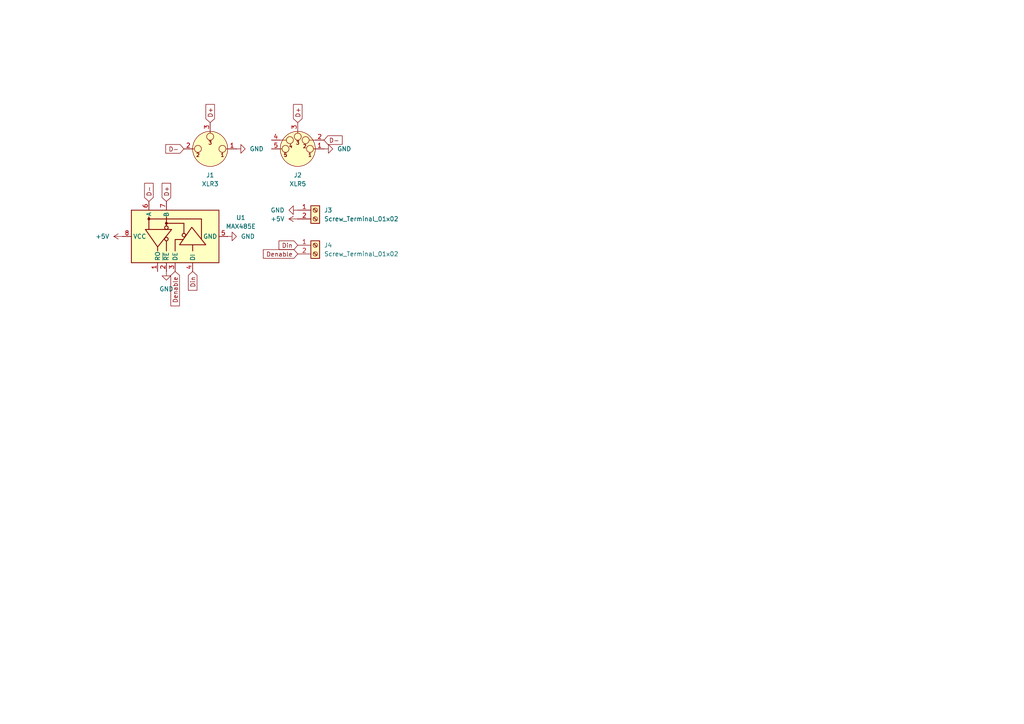
<source format=kicad_sch>
(kicad_sch (version 20250114) (generator "eeschema") (generator_version "9.0")
  (paper "A4")
  (lib_symbols
    (symbol "Connector:Screw_Terminal_01x02" (pin_names (offset 1.016) (hide yes))
      (property "Reference" "J" (at 0 2.54 0))
      (property "Value" "Screw_Terminal_01x02" (at 0 -5.08 0))
      (symbol "Screw_Terminal_01x02_1_1"
        (rectangle (start -1.27 1.27) (end 1.27 -3.81) (stroke (width 0.254)) (fill (type background)))
        (polyline (pts (xy -0.5334 0.3302) (xy 0.3302 -0.508)) (stroke (width 0.1524)))
        (polyline (pts (xy -0.5334 -2.2098) (xy 0.3302 -3.048)) (stroke (width 0.1524)))
        (polyline (pts (xy -0.3556 0.508) (xy 0.508 -0.3302)) (stroke (width 0.1524)))
        (polyline (pts (xy -0.3556 -2.032) (xy 0.508 -2.8702)) (stroke (width 0.1524)))
        (circle (center 0 0) (radius 0.635) (stroke (width 0.1524)))
        (circle (center 0 -2.54) (radius 0.635) (stroke (width 0.1524)))
        (pin passive line (at -5.08 0 0) (length 3.81) (name "Pin_1") (number "1"))
        (pin passive line (at -5.08 -2.54 0) (length 3.81) (name "Pin_2") (number "2"))
      )
    )
    (symbol "Connector_Audio:XLR3" (pin_names (hide yes))
      (property "Reference" "J" (at 0 8.89 0))
      (property "Value" "XLR3" (at 0 6.35 0))
      (symbol "XLR3_0_1"
        (polyline (pts (xy -5.08 0) (xy -4.572 0)))
        (circle (center -3.556 0) (radius 1.016))
        (circle (center 0 0) (radius 5.08) (fill (type background)))
        (circle (center 0 -3.556) (radius 1.016))
        (polyline (pts (xy 0 -5.08) (xy 0 -4.572)))
        (circle (center 3.556 0) (radius 1.016))
        (polyline (pts (xy 5.08 0) (xy 4.572 0)))
        (text "1" (at -3.556 1.778 0) (effects (font (size 1.016 1.016) (bold yes))))
        (text "3" (at 0 -1.778 0) (effects (font (size 1.016 1.016) (bold yes))))
        (text "2" (at 3.556 1.778 0) (effects (font (size 1.016 1.016) (bold yes))))
        (pin passive line (at -7.62 0 0) (length 2.54) (name "~") (number "1"))
        (pin passive line (at 0 -7.62 90) (length 2.54) (name "~") (number "3"))
        (pin passive line (at 7.62 0 180) (length 2.54) (name "~") (number "2"))
      )
    )
    (symbol "Connector_Audio:XLR5" (pin_names (hide yes))
      (property "Reference" "J" (at 0 8.89 0))
      (property "Value" "XLR5" (at 0 6.35 0))
      (symbol "XLR5_0_1"
        (polyline (pts (xy -5.08 0) (xy -4.572 0)))
        (polyline (pts (xy -5.08 -2.54) (xy -4.445 -2.54)))
        (polyline (pts (xy -4.572 -2.54) (xy -3.302 -2.54)))
        (circle (center -3.556 0) (radius 1.016))
        (circle (center -2.286 -2.54) (radius 1.016))
        (circle (center 0 0) (radius 5.08) (fill (type background)))
        (circle (center 0 -3.556) (radius 1.016))
        (polyline (pts (xy 0 -5.08) (xy 0 -4.572)))
        (circle (center 2.286 -2.54) (radius 1.016))
        (circle (center 3.556 0) (radius 1.016))
        (polyline (pts (xy 4.572 -2.54) (xy 3.302 -2.54)))
        (polyline (pts (xy 5.08 0) (xy 4.572 0)))
        (polyline (pts (xy 5.08 -2.54) (xy 4.445 -2.54)))
        (text "1" (at -3.556 1.778 0) (effects (font (size 1.016 1.016) (bold yes))))
        (text "2" (at -2.032 -0.762 0) (effects (font (size 1.016 1.016) (bold yes))))
        (text "3" (at 0 -1.778 0) (effects (font (size 1.016 1.016) (bold yes))))
        (text "4" (at 2.032 -0.762 0) (effects (font (size 1.016 1.016) (bold yes))))
        (text "5" (at 3.556 1.778 0) (effects (font (size 1.016 1.016) (bold yes))))
      )
      (symbol "XLR5_1_1"
        (pin passive line (at -7.62 0 0) (length 2.54) (name "P1") (number "1"))
        (pin passive line (at -7.62 -2.54 0) (length 2.54) (name "P2") (number "2"))
        (pin passive line (at 0 -7.62 90) (length 2.54) (name "P3") (number "3"))
        (pin passive line (at 7.62 0 180) (length 2.54) (name "P5") (number "5"))
        (pin passive line (at 7.62 -2.54 180) (length 2.54) (name "P3") (number "4"))
      )
    )
    (symbol "Interface_UART:MAX485E"
      (property "Reference" "U" (at -6.985 13.97 0))
      (property "Value" "MAX485E" (at 1.905 13.97 0))
      (symbol "MAX485E_0_1"
        (rectangle (start -7.62 12.7) (end 7.62 -12.7) (stroke (width 0.254)) (fill (type background)))
        (polyline (pts (xy -4.191 2.54) (xy -1.27 2.54)) (stroke (width 0.254)))
        (polyline (pts (xy -4.191 0) (xy -0.889 0) (xy -0.889 -2.286)) (stroke (width 0.254)))
        (polyline (pts (xy -3.175 5.08) (xy -4.191 5.08) (xy -4.064 5.08)) (stroke (width 0.254)))
        (polyline (pts (xy -2.54 -5.08) (xy -4.191 -5.08)) (stroke (width 0.254)))
        (polyline (pts (xy -2.413 -5.08) (xy -2.413 -1.27) (xy 2.667 -4.826) (xy -2.413 -8.89) (xy -2.413 -5.08)) (stroke (width 0.254)))
        (polyline (pts (xy -0.635 -7.62) (xy 5.08 -7.62)) (stroke (width 0.254)))
        (circle (center 0.381 -2.54) (radius 0.508) (stroke (width 0.254)))
        (polyline (pts (xy 0.889 -2.54) (xy 3.81 -2.54)) (stroke (width 0.254)))
        (polyline (pts (xy 2.032 7.62) (xy 5.715 7.62)) (stroke (width 0.254)))
        (polyline (pts (xy 3.048 2.54) (xy 5.715 2.54)) (stroke (width 0.254)))
        (circle (center 3.81 2.54) (radius 0.2794) (stroke (width 0.254)) (fill (type outline)))
        (polyline (pts (xy 3.81 -2.54) (xy 3.81 2.54)) (stroke (width 0.254)))
        (polyline (pts (xy 5.08 -7.62) (xy 5.08 7.62)) (stroke (width 0.254)))
      )
      (symbol "MAX485E_1_1"
        (circle (center -0.762 2.54) (radius 0.508) (stroke (width 0.254)))
        (polyline (pts (xy 2.032 4.826) (xy 2.032 8.636) (xy -3.048 5.08) (xy 2.032 1.016) (xy 2.032 4.826)) (stroke (width 0.254)))
        (circle (center 2.54 2.54) (radius 0.508) (stroke (width 0.254)))
        (circle (center 5.08 7.62) (radius 0.2794) (stroke (width 0.254)) (fill (type outline)))
        (pin output line (at -10.16 5.08 0) (length 2.54) (name "RO") (number "1"))
        (pin input line (at -10.16 2.54 0) (length 2.54) (name "~{RE}") (number "2"))
        (pin input line (at -10.16 0 0) (length 2.54) (name "DE") (number "3"))
        (pin input line (at -10.16 -5.08 0) (length 2.54) (name "DI") (number "4"))
        (pin power_in line (at 0 15.24 270) (length 2.54) (name "VCC") (number "8"))
        (pin power_in line (at 0 -15.24 90) (length 2.54) (name "GND") (number "5"))
        (pin bidirectional line (at 10.16 7.62 180) (length 2.54) (name "A") (number "6"))
        (pin bidirectional line (at 10.16 2.54 180) (length 2.54) (name "B") (number "7"))
      )
    )
    (symbol "power:+5V" (power) (pin_numbers (hide yes)) (pin_names (offset 0) (hide yes))
      (property "Value" "+5V" (at 0 3.556 0))
      (symbol "+5V_0_1"
        (polyline (pts (xy -0.762 1.27) (xy 0 2.54)))
        (polyline (pts (xy 0 2.54) (xy 0.762 1.27)))
        (polyline (pts (xy 0 0) (xy 0 2.54)))
      )
      (symbol "+5V_1_1"
        (pin power_in line (at 0 0 90) (length 0) (name "~") (number "1"))
      )
    )
    (symbol "power:GND" (power) (pin_numbers (hide yes)) (pin_names (offset 0) (hide yes))
      (property "Value" "GND" (at 0 -3.81 0))
      (symbol "GND_0_1"
        (polyline (pts (xy 0 0) (xy 0 -1.27) (xy 1.27 -1.27) (xy 0 -2.54) (xy -1.27 -1.27) (xy 0 -1.27)))
      )
      (symbol "GND_1_1"
        (pin power_in line (at 0 0 270) (length 0) (name "~") (number "1"))
      )
    )
  )
  (global_label "Din" (shape input) (at 86.36 71.12 180) (property "Intersheetrefs" "${INTERSHEET_REFS}" (effects (hide yes))))
  (global_label "D-" (shape input) (at 43.18 58.42 90) (property "Intersheetrefs" "${INTERSHEET_REFS}" (effects (hide yes))))
  (global_label "D+" (shape input) (at 60.96 35.56 90) (property "Intersheetrefs" "${INTERSHEET_REFS}" (effects (hide yes))))
  (global_label "Denable" (shape input) (at 86.36 73.66 180) (property "Intersheetrefs" "${INTERSHEET_REFS}" (effects (hide yes))))
  (global_label "D-" (shape input) (at 93.98 40.64 0) (property "Intersheetrefs" "${INTERSHEET_REFS}" (effects (hide yes))))
  (global_label "Denable" (shape input) (at 50.8 78.74 270) (property "Intersheetrefs" "${INTERSHEET_REFS}" (effects (hide yes))))
  (global_label "D+" (shape input) (at 48.26 58.42 90) (property "Intersheetrefs" "${INTERSHEET_REFS}" (effects (hide yes))))
  (global_label "D-" (shape input) (at 53.34 43.18 180) (property "Intersheetrefs" "${INTERSHEET_REFS}" (effects (hide yes))))
  (global_label "Din" (shape input) (at 55.88 78.74 270) (property "Intersheetrefs" "${INTERSHEET_REFS}" (effects (hide yes))))
  (global_label "D+" (shape input) (at 86.36 35.56 90) (property "Intersheetrefs" "${INTERSHEET_REFS}" (effects (hide yes))))
  (symbol (lib_id "Connector_Audio:XLR3") (at 60.96 43.18 180) (unit 1)
    (property "Reference" "J1" (at 60.96 50.8 0))
    (property "Value" "XLR3" (at 60.96 53.34 0))
    (property "Footprint" "Connector_Audio:Jack_XLR_Neutrik_NC3FAH-0_Horizontal" (effects (hide yes)))
    (property "Description" "XLR Connector, Male or Female, 3 Pins" (effects (hide yes)))
  )
  (symbol (lib_id "power:GND") (at 93.98 43.18 90) (unit 1)
    (property "Reference" "#PWR02" (effects (hide yes)))
    (property "Value" "GND" (at 97.79 43.1799 90) (effects (justify right)))
    (property "Description" "Power symbol creates a global label with name \"GND\" , ground" (effects (hide yes)))
  )
  (symbol (lib_id "power:GND") (at 48.26 78.74 0) (unit 1)
    (property "Reference" "#PWR04" (effects (hide yes)))
    (property "Value" "GND" (at 48.26 83.82 0))
    (property "Description" "Power symbol creates a global label with name \"GND\" , ground" (effects (hide yes)))
  )
  (symbol (lib_id "Connector:Screw_Terminal_01x02") (at 91.44 71.12 0) (unit 1)
    (property "Reference" "J4" (at 93.98 71.1199 0) (effects (justify left)))
    (property "Value" "Screw_Terminal_01x02" (at 93.98 73.6599 0) (effects (justify left)))
    (property "Footprint" "TerminalBlock_4Ucon:TerminalBlock_4Ucon_1x02_P3.50mm_Horizontal" (effects (hide yes)))
    (property "Description" "Generic screw terminal, single row, 01x02, script generated (kicad-library-utils/schlib/autogen/connector/)" (effects (hide yes)))
  )
  (symbol (lib_id "power:+5V") (at 35.56 68.58 90) (unit 1)
    (property "Reference" "#PWR06" (effects (hide yes)))
    (property "Value" "+5V" (at 31.75 68.5799 90) (effects (justify left)))
    (property "Description" "Power symbol creates a global label with name \"+5V\"" (effects (hide yes)))
  )
  (symbol (lib_id "power:GND") (at 66.04 68.58 90) (unit 1)
    (property "Reference" "#PWR03" (effects (hide yes)))
    (property "Value" "GND" (at 69.85 68.5799 90) (effects (justify right)))
    (property "Description" "Power symbol creates a global label with name \"GND\" , ground" (effects (hide yes)))
  )
  (symbol (lib_id "Connector_Audio:XLR5") (at 86.36 43.18 180) (unit 1)
    (property "Reference" "J2" (at 86.36 50.8 0))
    (property "Value" "XLR5" (at 86.36 53.34 0))
    (property "Footprint" "Connector_Audio:Jack_XLR_Neutrik_NC5FAH-0_Horizontal" (effects (hide yes)))
    (property "Description" "XLR Connector, Male or Female, 5 Pins" (effects (hide yes)))
  )
  (symbol (lib_id "power:GND") (at 68.58 43.18 90) (unit 1)
    (property "Reference" "#PWR01" (effects (hide yes)))
    (property "Value" "GND" (at 72.39 43.1799 90) (effects (justify right)))
    (property "Description" "Power symbol creates a global label with name \"GND\" , ground" (effects (hide yes)))
  )
  (symbol (lib_id "power:+5V") (at 86.36 63.5 90) (unit 1)
    (property "Reference" "#PWR05" (effects (hide yes)))
    (property "Value" "+5V" (at 82.55 63.4999 90) (effects (justify left)))
    (property "Description" "Power symbol creates a global label with name \"+5V\"" (effects (hide yes)))
  )
  (symbol (lib_id "Connector:Screw_Terminal_01x02") (at 91.44 60.96 0) (unit 1)
    (property "Reference" "J3" (at 93.98 60.9599 0) (effects (justify left)))
    (property "Value" "Screw_Terminal_01x02" (at 93.98 63.4999 0) (effects (justify left)))
    (property "Footprint" "TerminalBlock_4Ucon:TerminalBlock_4Ucon_1x02_P3.50mm_Horizontal" (effects (hide yes)))
    (property "Description" "Generic screw terminal, single row, 01x02, script generated (kicad-library-utils/schlib/autogen/connector/)" (effects (hide yes)))
  )
  (symbol (lib_id "Interface_UART:MAX485E") (at 50.8 68.58 90) (unit 1)
    (property "Reference" "U1" (at 69.85 63.1346 90))
    (property "Value" "MAX485E" (at 69.85 65.6746 90))
    (property "Footprint" "Package_SO:SOIC-8_3.9x4.9mm_P1.27mm" (effects (hide yes)))
    (property "Datasheet" "https://datasheets.maximintegrated.com/en/ds/MAX1487E-MAX491E.pdf" (effects (hide yes)))
    (property "Description" "Half duplex RS-485/RS-422, 2.5 Mbps, ±15kV electro-static discharge (ESD) protection, no slew-rate, no low-power shutdown, with receiver/driver enable, 32 receiver drive capability, DIP-8 and SOIC-8" (effects (hide yes)))
  )
  (symbol (lib_id "power:GND") (at 86.36 60.96 270) (unit 1)
    (property "Reference" "#PWR07" (effects (hide yes)))
    (property "Value" "GND" (at 82.55 60.9599 90) (effects (justify right)))
    (property "Description" "Power symbol creates a global label with name \"GND\" , ground" (effects (hide yes)))
  )
)
</source>
